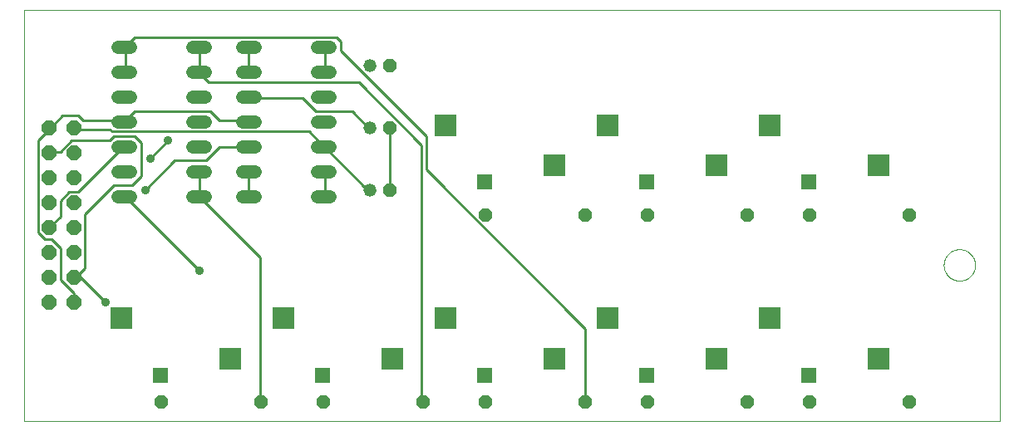
<source format=gtl>
G75*
%MOIN*%
%OFA0B0*%
%FSLAX25Y25*%
%IPPOS*%
%LPD*%
%AMOC8*
5,1,8,0,0,1.08239X$1,22.5*
%
%ADD10C,0.00000*%
%ADD11OC8,0.05200*%
%ADD12C,0.05200*%
%ADD13C,0.05200*%
%ADD14R,0.08858X0.08858*%
%ADD15R,0.05937X0.05937*%
%ADD16OC8,0.06000*%
%ADD17C,0.01000*%
%ADD18C,0.03600*%
D10*
X0001000Y0002875D02*
X0001000Y0167835D01*
X0392201Y0167835D01*
X0392201Y0002875D01*
X0001000Y0002875D01*
X0369701Y0065375D02*
X0369703Y0065533D01*
X0369709Y0065691D01*
X0369719Y0065849D01*
X0369733Y0066007D01*
X0369751Y0066164D01*
X0369772Y0066321D01*
X0369798Y0066477D01*
X0369828Y0066633D01*
X0369861Y0066788D01*
X0369899Y0066941D01*
X0369940Y0067094D01*
X0369985Y0067246D01*
X0370034Y0067397D01*
X0370087Y0067546D01*
X0370143Y0067694D01*
X0370203Y0067840D01*
X0370267Y0067985D01*
X0370335Y0068128D01*
X0370406Y0068270D01*
X0370480Y0068410D01*
X0370558Y0068547D01*
X0370640Y0068683D01*
X0370724Y0068817D01*
X0370813Y0068948D01*
X0370904Y0069077D01*
X0370999Y0069204D01*
X0371096Y0069329D01*
X0371197Y0069451D01*
X0371301Y0069570D01*
X0371408Y0069687D01*
X0371518Y0069801D01*
X0371631Y0069912D01*
X0371746Y0070021D01*
X0371864Y0070126D01*
X0371985Y0070228D01*
X0372108Y0070328D01*
X0372234Y0070424D01*
X0372362Y0070517D01*
X0372492Y0070607D01*
X0372625Y0070693D01*
X0372760Y0070777D01*
X0372896Y0070856D01*
X0373035Y0070933D01*
X0373176Y0071005D01*
X0373318Y0071075D01*
X0373462Y0071140D01*
X0373608Y0071202D01*
X0373755Y0071260D01*
X0373904Y0071315D01*
X0374054Y0071366D01*
X0374205Y0071413D01*
X0374357Y0071456D01*
X0374510Y0071495D01*
X0374665Y0071531D01*
X0374820Y0071562D01*
X0374976Y0071590D01*
X0375132Y0071614D01*
X0375289Y0071634D01*
X0375447Y0071650D01*
X0375604Y0071662D01*
X0375763Y0071670D01*
X0375921Y0071674D01*
X0376079Y0071674D01*
X0376237Y0071670D01*
X0376396Y0071662D01*
X0376553Y0071650D01*
X0376711Y0071634D01*
X0376868Y0071614D01*
X0377024Y0071590D01*
X0377180Y0071562D01*
X0377335Y0071531D01*
X0377490Y0071495D01*
X0377643Y0071456D01*
X0377795Y0071413D01*
X0377946Y0071366D01*
X0378096Y0071315D01*
X0378245Y0071260D01*
X0378392Y0071202D01*
X0378538Y0071140D01*
X0378682Y0071075D01*
X0378824Y0071005D01*
X0378965Y0070933D01*
X0379104Y0070856D01*
X0379240Y0070777D01*
X0379375Y0070693D01*
X0379508Y0070607D01*
X0379638Y0070517D01*
X0379766Y0070424D01*
X0379892Y0070328D01*
X0380015Y0070228D01*
X0380136Y0070126D01*
X0380254Y0070021D01*
X0380369Y0069912D01*
X0380482Y0069801D01*
X0380592Y0069687D01*
X0380699Y0069570D01*
X0380803Y0069451D01*
X0380904Y0069329D01*
X0381001Y0069204D01*
X0381096Y0069077D01*
X0381187Y0068948D01*
X0381276Y0068817D01*
X0381360Y0068683D01*
X0381442Y0068547D01*
X0381520Y0068410D01*
X0381594Y0068270D01*
X0381665Y0068128D01*
X0381733Y0067985D01*
X0381797Y0067840D01*
X0381857Y0067694D01*
X0381913Y0067546D01*
X0381966Y0067397D01*
X0382015Y0067246D01*
X0382060Y0067094D01*
X0382101Y0066941D01*
X0382139Y0066788D01*
X0382172Y0066633D01*
X0382202Y0066477D01*
X0382228Y0066321D01*
X0382249Y0066164D01*
X0382267Y0066007D01*
X0382281Y0065849D01*
X0382291Y0065691D01*
X0382297Y0065533D01*
X0382299Y0065375D01*
X0382297Y0065217D01*
X0382291Y0065059D01*
X0382281Y0064901D01*
X0382267Y0064743D01*
X0382249Y0064586D01*
X0382228Y0064429D01*
X0382202Y0064273D01*
X0382172Y0064117D01*
X0382139Y0063962D01*
X0382101Y0063809D01*
X0382060Y0063656D01*
X0382015Y0063504D01*
X0381966Y0063353D01*
X0381913Y0063204D01*
X0381857Y0063056D01*
X0381797Y0062910D01*
X0381733Y0062765D01*
X0381665Y0062622D01*
X0381594Y0062480D01*
X0381520Y0062340D01*
X0381442Y0062203D01*
X0381360Y0062067D01*
X0381276Y0061933D01*
X0381187Y0061802D01*
X0381096Y0061673D01*
X0381001Y0061546D01*
X0380904Y0061421D01*
X0380803Y0061299D01*
X0380699Y0061180D01*
X0380592Y0061063D01*
X0380482Y0060949D01*
X0380369Y0060838D01*
X0380254Y0060729D01*
X0380136Y0060624D01*
X0380015Y0060522D01*
X0379892Y0060422D01*
X0379766Y0060326D01*
X0379638Y0060233D01*
X0379508Y0060143D01*
X0379375Y0060057D01*
X0379240Y0059973D01*
X0379104Y0059894D01*
X0378965Y0059817D01*
X0378824Y0059745D01*
X0378682Y0059675D01*
X0378538Y0059610D01*
X0378392Y0059548D01*
X0378245Y0059490D01*
X0378096Y0059435D01*
X0377946Y0059384D01*
X0377795Y0059337D01*
X0377643Y0059294D01*
X0377490Y0059255D01*
X0377335Y0059219D01*
X0377180Y0059188D01*
X0377024Y0059160D01*
X0376868Y0059136D01*
X0376711Y0059116D01*
X0376553Y0059100D01*
X0376396Y0059088D01*
X0376237Y0059080D01*
X0376079Y0059076D01*
X0375921Y0059076D01*
X0375763Y0059080D01*
X0375604Y0059088D01*
X0375447Y0059100D01*
X0375289Y0059116D01*
X0375132Y0059136D01*
X0374976Y0059160D01*
X0374820Y0059188D01*
X0374665Y0059219D01*
X0374510Y0059255D01*
X0374357Y0059294D01*
X0374205Y0059337D01*
X0374054Y0059384D01*
X0373904Y0059435D01*
X0373755Y0059490D01*
X0373608Y0059548D01*
X0373462Y0059610D01*
X0373318Y0059675D01*
X0373176Y0059745D01*
X0373035Y0059817D01*
X0372896Y0059894D01*
X0372760Y0059973D01*
X0372625Y0060057D01*
X0372492Y0060143D01*
X0372362Y0060233D01*
X0372234Y0060326D01*
X0372108Y0060422D01*
X0371985Y0060522D01*
X0371864Y0060624D01*
X0371746Y0060729D01*
X0371631Y0060838D01*
X0371518Y0060949D01*
X0371408Y0061063D01*
X0371301Y0061180D01*
X0371197Y0061299D01*
X0371096Y0061421D01*
X0370999Y0061546D01*
X0370904Y0061673D01*
X0370813Y0061802D01*
X0370724Y0061933D01*
X0370640Y0062067D01*
X0370558Y0062203D01*
X0370480Y0062340D01*
X0370406Y0062480D01*
X0370335Y0062622D01*
X0370267Y0062765D01*
X0370203Y0062910D01*
X0370143Y0063056D01*
X0370087Y0063204D01*
X0370034Y0063353D01*
X0369985Y0063504D01*
X0369940Y0063656D01*
X0369899Y0063809D01*
X0369861Y0063962D01*
X0369828Y0064117D01*
X0369798Y0064273D01*
X0369772Y0064429D01*
X0369751Y0064586D01*
X0369733Y0064743D01*
X0369719Y0064901D01*
X0369709Y0065059D01*
X0369703Y0065217D01*
X0369701Y0065375D01*
D11*
X0356000Y0085375D03*
X0316000Y0085375D03*
X0291000Y0085375D03*
X0251000Y0085375D03*
X0226000Y0085375D03*
X0186000Y0085375D03*
X0147500Y0095375D03*
X0147500Y0120375D03*
X0147500Y0145375D03*
X0161000Y0010375D03*
X0186000Y0010375D03*
X0226000Y0010375D03*
X0251000Y0010375D03*
X0291000Y0010375D03*
X0316000Y0010375D03*
X0356000Y0010375D03*
X0121000Y0010375D03*
X0096000Y0010375D03*
X0056000Y0010375D03*
D12*
X0139500Y0095375D03*
X0139500Y0120375D03*
X0139500Y0145375D03*
D13*
X0123600Y0142875D02*
X0118400Y0142875D01*
X0118400Y0152875D02*
X0123600Y0152875D01*
X0093600Y0152875D02*
X0088400Y0152875D01*
X0073600Y0152875D02*
X0068400Y0152875D01*
X0068400Y0142875D02*
X0073600Y0142875D01*
X0088400Y0142875D02*
X0093600Y0142875D01*
X0093600Y0132875D02*
X0088400Y0132875D01*
X0073600Y0132875D02*
X0068400Y0132875D01*
X0068400Y0122875D02*
X0073600Y0122875D01*
X0088400Y0122875D02*
X0093600Y0122875D01*
X0093600Y0112875D02*
X0088400Y0112875D01*
X0073600Y0112875D02*
X0068400Y0112875D01*
X0068400Y0102875D02*
X0073600Y0102875D01*
X0088400Y0102875D02*
X0093600Y0102875D01*
X0093600Y0092875D02*
X0088400Y0092875D01*
X0073600Y0092875D02*
X0068400Y0092875D01*
X0043600Y0092875D02*
X0038400Y0092875D01*
X0038400Y0102875D02*
X0043600Y0102875D01*
X0043600Y0112875D02*
X0038400Y0112875D01*
X0038400Y0122875D02*
X0043600Y0122875D01*
X0043600Y0132875D02*
X0038400Y0132875D01*
X0038400Y0142875D02*
X0043600Y0142875D01*
X0043600Y0152875D02*
X0038400Y0152875D01*
X0118400Y0132875D02*
X0123600Y0132875D01*
X0123600Y0122875D02*
X0118400Y0122875D01*
X0118400Y0112875D02*
X0123600Y0112875D01*
X0123600Y0102875D02*
X0118400Y0102875D01*
X0118400Y0092875D02*
X0123600Y0092875D01*
D14*
X0169996Y0121556D03*
X0213500Y0105375D03*
X0234996Y0121556D03*
X0278500Y0105375D03*
X0299996Y0121556D03*
X0343500Y0105375D03*
X0299996Y0044056D03*
X0278500Y0027875D03*
X0234996Y0044056D03*
X0213500Y0027875D03*
X0169996Y0044056D03*
X0148500Y0027875D03*
X0104996Y0044056D03*
X0083500Y0027875D03*
X0039996Y0044056D03*
X0343500Y0027875D03*
D15*
X0315665Y0021142D03*
X0250665Y0021142D03*
X0185665Y0021142D03*
X0120665Y0021142D03*
X0055665Y0021142D03*
X0185665Y0098642D03*
X0250665Y0098642D03*
X0315665Y0098642D03*
D16*
X0021000Y0100375D03*
X0011000Y0100375D03*
X0011000Y0110375D03*
X0021000Y0110375D03*
X0021000Y0120375D03*
X0011000Y0120375D03*
X0011000Y0090375D03*
X0021000Y0090375D03*
X0021000Y0080375D03*
X0011000Y0080375D03*
X0011000Y0070375D03*
X0021000Y0070375D03*
X0021000Y0060375D03*
X0011000Y0060375D03*
X0011000Y0050375D03*
X0021000Y0050375D03*
D17*
X0020800Y0050575D01*
X0020800Y0054175D01*
X0015400Y0059575D01*
X0015400Y0072175D01*
X0011800Y0075775D01*
X0009100Y0075775D01*
X0006400Y0078475D01*
X0006400Y0115375D01*
X0010900Y0119875D01*
X0011000Y0120375D01*
X0011800Y0120775D01*
X0016300Y0125275D01*
X0022600Y0125275D01*
X0024400Y0123475D01*
X0040600Y0123475D01*
X0041000Y0122875D01*
X0041500Y0123475D01*
X0045100Y0127075D01*
X0075700Y0127075D01*
X0079300Y0123475D01*
X0091000Y0123475D01*
X0091000Y0122875D01*
X0091000Y0132475D02*
X0091000Y0132875D01*
X0091000Y0132475D02*
X0112600Y0132475D01*
X0118000Y0127075D01*
X0132400Y0127075D01*
X0138700Y0120775D01*
X0139500Y0120375D01*
X0147500Y0120375D02*
X0147700Y0119875D01*
X0147700Y0095575D01*
X0147500Y0095375D01*
X0139500Y0095375D02*
X0138700Y0095575D01*
X0121600Y0112675D01*
X0121000Y0112875D01*
X0120700Y0113575D01*
X0115300Y0118975D01*
X0036100Y0118975D01*
X0035200Y0119875D01*
X0021700Y0119875D01*
X0021000Y0120375D01*
X0019900Y0115375D02*
X0035200Y0115375D01*
X0037000Y0117175D01*
X0045100Y0117175D01*
X0047800Y0114475D01*
X0047800Y0100975D01*
X0044200Y0097375D01*
X0037000Y0097375D01*
X0025300Y0085675D01*
X0025300Y0064075D01*
X0022600Y0061375D01*
X0021000Y0060375D01*
X0021700Y0060475D01*
X0022600Y0061375D01*
X0033400Y0050575D01*
X0071200Y0063175D02*
X0041500Y0092875D01*
X0041000Y0092875D01*
X0049600Y0095575D02*
X0061300Y0107275D01*
X0073900Y0107275D01*
X0079300Y0112675D01*
X0091000Y0112675D01*
X0091000Y0112875D01*
X0091000Y0102875D02*
X0091000Y0092875D01*
X0071200Y0092875D02*
X0071200Y0102775D01*
X0071000Y0102875D01*
X0071000Y0092875D02*
X0071200Y0092875D01*
X0095500Y0068575D01*
X0095500Y0010975D01*
X0096000Y0010375D01*
X0160300Y0010975D02*
X0161000Y0010375D01*
X0160300Y0010975D02*
X0160300Y0113575D01*
X0135100Y0138775D01*
X0074800Y0138775D01*
X0071200Y0142375D01*
X0071000Y0142875D01*
X0071200Y0143275D01*
X0071200Y0152275D01*
X0071000Y0152875D01*
X0091000Y0152875D02*
X0091000Y0142875D01*
X0121000Y0142875D02*
X0121600Y0143275D01*
X0121600Y0152275D01*
X0121000Y0152875D01*
X0126100Y0156775D02*
X0045100Y0156775D01*
X0041500Y0153175D01*
X0041000Y0152875D01*
X0041500Y0152275D01*
X0041500Y0143275D01*
X0041000Y0142875D01*
X0058600Y0115375D02*
X0051400Y0108175D01*
X0041000Y0112875D02*
X0040600Y0112675D01*
X0022600Y0094675D01*
X0019000Y0094675D01*
X0015400Y0091075D01*
X0015400Y0084775D01*
X0011000Y0080375D01*
X0011000Y0110375D02*
X0011800Y0110875D01*
X0015400Y0110875D01*
X0019900Y0115375D01*
X0121000Y0102875D02*
X0121600Y0102775D01*
X0121600Y0092875D01*
X0121000Y0092875D01*
X0162100Y0103675D02*
X0162100Y0117175D01*
X0127900Y0151375D01*
X0127900Y0154975D01*
X0126100Y0156775D01*
X0162100Y0103675D02*
X0226000Y0039775D01*
X0226000Y0010375D01*
D18*
X0071200Y0063175D03*
X0033400Y0050575D03*
X0049600Y0095575D03*
X0051400Y0108175D03*
X0058600Y0115375D03*
M02*

</source>
